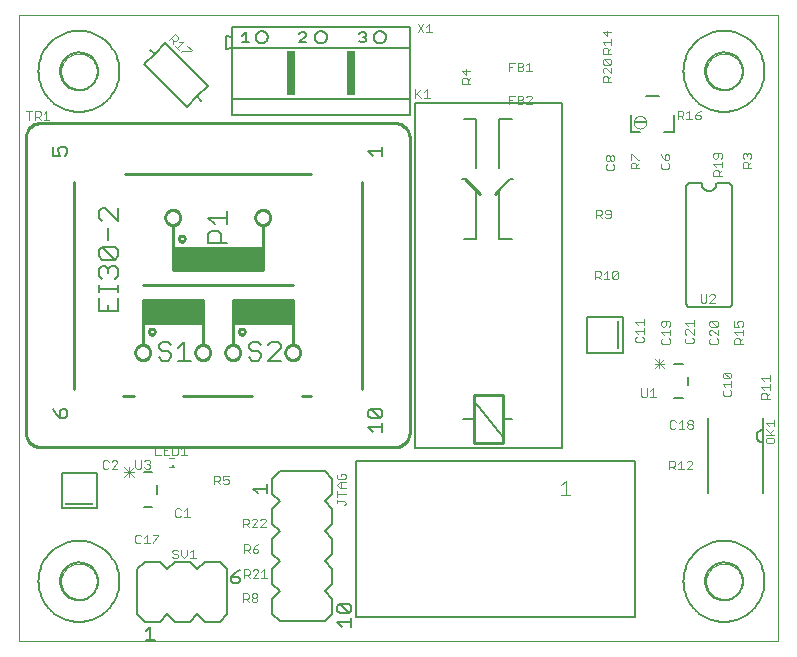
<source format=gto>
G75*
G70*
%OFA0B0*%
%FSLAX24Y24*%
%IPPOS*%
%LPD*%
%AMOC8*
5,1,8,0,0,1.08239X$1,22.5*
%
%ADD10C,0.0000*%
%ADD11C,0.0050*%
%ADD12C,0.0040*%
%ADD13C,0.0060*%
%ADD14C,0.0100*%
%ADD15C,0.0030*%
%ADD16R,0.0300X0.1500*%
%ADD17C,0.0070*%
%ADD18R,0.3000X0.0750*%
%ADD19R,0.2000X0.0750*%
%ADD20C,0.0080*%
%ADD21R,0.0083X0.0921*%
%ADD22R,0.0921X0.0083*%
%ADD23R,0.0098X0.0089*%
%ADD24C,0.0020*%
%ADD25R,0.0394X0.0098*%
D10*
X000140Y000290D02*
X000140Y021156D01*
X000140Y021165D02*
X025443Y021165D01*
X025443Y021156D02*
X025443Y000290D01*
X000140Y000290D01*
X001549Y002290D02*
X001551Y002338D01*
X001557Y002386D01*
X001567Y002433D01*
X001580Y002479D01*
X001598Y002524D01*
X001618Y002568D01*
X001643Y002610D01*
X001671Y002649D01*
X001701Y002686D01*
X001735Y002720D01*
X001772Y002752D01*
X001810Y002781D01*
X001851Y002806D01*
X001894Y002828D01*
X001939Y002846D01*
X001985Y002860D01*
X002032Y002871D01*
X002080Y002878D01*
X002128Y002881D01*
X002176Y002880D01*
X002224Y002875D01*
X002272Y002866D01*
X002318Y002854D01*
X002363Y002837D01*
X002407Y002817D01*
X002449Y002794D01*
X002489Y002767D01*
X002527Y002737D01*
X002562Y002704D01*
X002594Y002668D01*
X002624Y002630D01*
X002650Y002589D01*
X002672Y002546D01*
X002692Y002502D01*
X002707Y002457D01*
X002719Y002410D01*
X002727Y002362D01*
X002731Y002314D01*
X002731Y002266D01*
X002727Y002218D01*
X002719Y002170D01*
X002707Y002123D01*
X002692Y002078D01*
X002672Y002034D01*
X002650Y001991D01*
X002624Y001950D01*
X002594Y001912D01*
X002562Y001876D01*
X002527Y001843D01*
X002489Y001813D01*
X002449Y001786D01*
X002407Y001763D01*
X002363Y001743D01*
X002318Y001726D01*
X002272Y001714D01*
X002224Y001705D01*
X002176Y001700D01*
X002128Y001699D01*
X002080Y001702D01*
X002032Y001709D01*
X001985Y001720D01*
X001939Y001734D01*
X001894Y001752D01*
X001851Y001774D01*
X001810Y001799D01*
X001772Y001828D01*
X001735Y001860D01*
X001701Y001894D01*
X001671Y001931D01*
X001643Y001970D01*
X001618Y002012D01*
X001598Y002056D01*
X001580Y002101D01*
X001567Y002147D01*
X001557Y002194D01*
X001551Y002242D01*
X001549Y002290D01*
X001549Y019290D02*
X001551Y019338D01*
X001557Y019386D01*
X001567Y019433D01*
X001580Y019479D01*
X001598Y019524D01*
X001618Y019568D01*
X001643Y019610D01*
X001671Y019649D01*
X001701Y019686D01*
X001735Y019720D01*
X001772Y019752D01*
X001810Y019781D01*
X001851Y019806D01*
X001894Y019828D01*
X001939Y019846D01*
X001985Y019860D01*
X002032Y019871D01*
X002080Y019878D01*
X002128Y019881D01*
X002176Y019880D01*
X002224Y019875D01*
X002272Y019866D01*
X002318Y019854D01*
X002363Y019837D01*
X002407Y019817D01*
X002449Y019794D01*
X002489Y019767D01*
X002527Y019737D01*
X002562Y019704D01*
X002594Y019668D01*
X002624Y019630D01*
X002650Y019589D01*
X002672Y019546D01*
X002692Y019502D01*
X002707Y019457D01*
X002719Y019410D01*
X002727Y019362D01*
X002731Y019314D01*
X002731Y019266D01*
X002727Y019218D01*
X002719Y019170D01*
X002707Y019123D01*
X002692Y019078D01*
X002672Y019034D01*
X002650Y018991D01*
X002624Y018950D01*
X002594Y018912D01*
X002562Y018876D01*
X002527Y018843D01*
X002489Y018813D01*
X002449Y018786D01*
X002407Y018763D01*
X002363Y018743D01*
X002318Y018726D01*
X002272Y018714D01*
X002224Y018705D01*
X002176Y018700D01*
X002128Y018699D01*
X002080Y018702D01*
X002032Y018709D01*
X001985Y018720D01*
X001939Y018734D01*
X001894Y018752D01*
X001851Y018774D01*
X001810Y018799D01*
X001772Y018828D01*
X001735Y018860D01*
X001701Y018894D01*
X001671Y018931D01*
X001643Y018970D01*
X001618Y019012D01*
X001598Y019056D01*
X001580Y019101D01*
X001567Y019147D01*
X001557Y019194D01*
X001551Y019242D01*
X001549Y019290D01*
X023049Y019290D02*
X023051Y019338D01*
X023057Y019386D01*
X023067Y019433D01*
X023080Y019479D01*
X023098Y019524D01*
X023118Y019568D01*
X023143Y019610D01*
X023171Y019649D01*
X023201Y019686D01*
X023235Y019720D01*
X023272Y019752D01*
X023310Y019781D01*
X023351Y019806D01*
X023394Y019828D01*
X023439Y019846D01*
X023485Y019860D01*
X023532Y019871D01*
X023580Y019878D01*
X023628Y019881D01*
X023676Y019880D01*
X023724Y019875D01*
X023772Y019866D01*
X023818Y019854D01*
X023863Y019837D01*
X023907Y019817D01*
X023949Y019794D01*
X023989Y019767D01*
X024027Y019737D01*
X024062Y019704D01*
X024094Y019668D01*
X024124Y019630D01*
X024150Y019589D01*
X024172Y019546D01*
X024192Y019502D01*
X024207Y019457D01*
X024219Y019410D01*
X024227Y019362D01*
X024231Y019314D01*
X024231Y019266D01*
X024227Y019218D01*
X024219Y019170D01*
X024207Y019123D01*
X024192Y019078D01*
X024172Y019034D01*
X024150Y018991D01*
X024124Y018950D01*
X024094Y018912D01*
X024062Y018876D01*
X024027Y018843D01*
X023989Y018813D01*
X023949Y018786D01*
X023907Y018763D01*
X023863Y018743D01*
X023818Y018726D01*
X023772Y018714D01*
X023724Y018705D01*
X023676Y018700D01*
X023628Y018699D01*
X023580Y018702D01*
X023532Y018709D01*
X023485Y018720D01*
X023439Y018734D01*
X023394Y018752D01*
X023351Y018774D01*
X023310Y018799D01*
X023272Y018828D01*
X023235Y018860D01*
X023201Y018894D01*
X023171Y018931D01*
X023143Y018970D01*
X023118Y019012D01*
X023098Y019056D01*
X023080Y019101D01*
X023067Y019147D01*
X023057Y019194D01*
X023051Y019242D01*
X023049Y019290D01*
X023049Y002290D02*
X023051Y002338D01*
X023057Y002386D01*
X023067Y002433D01*
X023080Y002479D01*
X023098Y002524D01*
X023118Y002568D01*
X023143Y002610D01*
X023171Y002649D01*
X023201Y002686D01*
X023235Y002720D01*
X023272Y002752D01*
X023310Y002781D01*
X023351Y002806D01*
X023394Y002828D01*
X023439Y002846D01*
X023485Y002860D01*
X023532Y002871D01*
X023580Y002878D01*
X023628Y002881D01*
X023676Y002880D01*
X023724Y002875D01*
X023772Y002866D01*
X023818Y002854D01*
X023863Y002837D01*
X023907Y002817D01*
X023949Y002794D01*
X023989Y002767D01*
X024027Y002737D01*
X024062Y002704D01*
X024094Y002668D01*
X024124Y002630D01*
X024150Y002589D01*
X024172Y002546D01*
X024192Y002502D01*
X024207Y002457D01*
X024219Y002410D01*
X024227Y002362D01*
X024231Y002314D01*
X024231Y002266D01*
X024227Y002218D01*
X024219Y002170D01*
X024207Y002123D01*
X024192Y002078D01*
X024172Y002034D01*
X024150Y001991D01*
X024124Y001950D01*
X024094Y001912D01*
X024062Y001876D01*
X024027Y001843D01*
X023989Y001813D01*
X023949Y001786D01*
X023907Y001763D01*
X023863Y001743D01*
X023818Y001726D01*
X023772Y001714D01*
X023724Y001705D01*
X023676Y001700D01*
X023628Y001699D01*
X023580Y001702D01*
X023532Y001709D01*
X023485Y001720D01*
X023439Y001734D01*
X023394Y001752D01*
X023351Y001774D01*
X023310Y001799D01*
X023272Y001828D01*
X023235Y001860D01*
X023201Y001894D01*
X023171Y001931D01*
X023143Y001970D01*
X023118Y002012D01*
X023098Y002056D01*
X023080Y002101D01*
X023067Y002147D01*
X023057Y002194D01*
X023051Y002242D01*
X023049Y002290D01*
D11*
X020661Y001092D02*
X020661Y006288D01*
X011369Y006288D01*
X011369Y001092D01*
X020661Y001092D01*
X012240Y007269D02*
X012240Y007569D01*
X012240Y007419D02*
X011790Y007419D01*
X011940Y007269D01*
X011865Y007730D02*
X011790Y007805D01*
X011790Y007955D01*
X011865Y008030D01*
X012165Y007730D01*
X012240Y007805D01*
X012240Y007955D01*
X012165Y008030D01*
X011865Y008030D01*
X011865Y007730D02*
X012165Y007730D01*
X008403Y005530D02*
X008403Y005230D01*
X008403Y005380D02*
X007952Y005380D01*
X008102Y005230D01*
X007515Y002675D02*
X007365Y002600D01*
X007215Y002450D01*
X007440Y002450D01*
X007515Y002375D01*
X007515Y002300D01*
X007440Y002225D01*
X007290Y002225D01*
X007215Y002300D01*
X007215Y002450D01*
X004665Y000325D02*
X004365Y000325D01*
X004515Y000325D02*
X004515Y000775D01*
X004365Y000625D01*
X002746Y004728D02*
X001565Y004728D01*
X001565Y005909D01*
X002746Y005909D01*
X002746Y004728D01*
X001665Y007730D02*
X001515Y007730D01*
X001515Y007955D01*
X001590Y008030D01*
X001665Y008030D01*
X001740Y007955D01*
X001740Y007805D01*
X001665Y007730D01*
X001515Y007730D02*
X001365Y007880D01*
X001290Y008030D01*
X010752Y001455D02*
X010827Y001530D01*
X011127Y001230D01*
X011203Y001305D01*
X011203Y001455D01*
X011127Y001530D01*
X010827Y001530D01*
X010752Y001455D02*
X010752Y001305D01*
X010827Y001230D01*
X011127Y001230D01*
X011203Y001069D02*
X011203Y000769D01*
X011203Y000919D02*
X010752Y000919D01*
X010902Y000769D01*
X019084Y009915D02*
X020265Y009915D01*
X020265Y011096D01*
X019084Y011096D01*
X019084Y009915D01*
X012240Y016480D02*
X012240Y016780D01*
X012240Y016630D02*
X011790Y016630D01*
X011940Y016480D01*
X011648Y020253D02*
X011534Y020253D01*
X011478Y020309D01*
X011591Y020423D02*
X011648Y020423D01*
X011704Y020366D01*
X011704Y020309D01*
X011648Y020253D01*
X011648Y020423D02*
X011704Y020479D01*
X011704Y020536D01*
X011648Y020593D01*
X011534Y020593D01*
X011478Y020536D01*
X009704Y020536D02*
X009648Y020593D01*
X009534Y020593D01*
X009478Y020536D01*
X009704Y020536D02*
X009704Y020479D01*
X009478Y020253D01*
X009704Y020253D01*
X007804Y020253D02*
X007578Y020253D01*
X007691Y020253D02*
X007691Y020593D01*
X007578Y020479D01*
X001740Y016705D02*
X001740Y016555D01*
X001665Y016480D01*
X001515Y016480D02*
X001440Y016630D01*
X001440Y016705D01*
X001515Y016780D01*
X001665Y016780D01*
X001740Y016705D01*
X001515Y016480D02*
X001290Y016480D01*
X001290Y016780D01*
D12*
X005136Y006390D02*
X005294Y006390D01*
X005294Y006115D02*
X005136Y006115D01*
X018212Y005485D02*
X018366Y005639D01*
X018366Y005179D01*
X018519Y005179D02*
X018212Y005179D01*
X020632Y017590D02*
X020634Y017618D01*
X020640Y017646D01*
X020649Y017672D01*
X020662Y017698D01*
X020678Y017721D01*
X020698Y017741D01*
X020720Y017759D01*
X020744Y017774D01*
X020770Y017785D01*
X020797Y017793D01*
X020825Y017797D01*
X020853Y017797D01*
X020881Y017793D01*
X020908Y017785D01*
X020934Y017774D01*
X020958Y017759D01*
X020980Y017741D01*
X021000Y017721D01*
X021016Y017698D01*
X021029Y017672D01*
X021038Y017646D01*
X021044Y017618D01*
X021046Y017590D01*
X021044Y017562D01*
X021038Y017534D01*
X021029Y017508D01*
X021016Y017482D01*
X021000Y017459D01*
X020980Y017439D01*
X020958Y017421D01*
X020934Y017406D01*
X020908Y017395D01*
X020881Y017387D01*
X020853Y017383D01*
X020825Y017383D01*
X020797Y017387D01*
X020770Y017395D01*
X020744Y017406D01*
X020720Y017421D01*
X020698Y017439D01*
X020678Y017459D01*
X020662Y017482D01*
X020649Y017508D01*
X020640Y017534D01*
X020634Y017562D01*
X020632Y017590D01*
D13*
X018245Y018240D02*
X018245Y006720D01*
X013325Y006720D01*
X013325Y018240D01*
X018245Y018240D01*
X016565Y017700D02*
X016135Y017700D01*
X016135Y016080D01*
X016515Y015700D02*
X016135Y015330D01*
X016135Y013700D01*
X016565Y013700D01*
X015385Y013700D02*
X014985Y013700D01*
X015385Y013700D02*
X015385Y015330D01*
X015015Y015700D02*
X014915Y015700D01*
X015385Y016080D02*
X015385Y017700D01*
X014985Y017700D01*
X013163Y017828D02*
X013163Y018378D01*
X007243Y018378D01*
X007243Y020078D01*
X013163Y020078D01*
X013163Y018378D01*
X013163Y017828D02*
X007243Y017828D01*
X007243Y018378D01*
X006432Y018810D02*
X006079Y018457D01*
X005725Y018103D01*
X004311Y019518D01*
X004664Y019871D01*
X005018Y020225D01*
X006432Y018810D01*
X006079Y018457D02*
X006220Y018315D01*
X004664Y019871D02*
X004523Y020013D01*
X000790Y019290D02*
X000792Y019363D01*
X000798Y019436D01*
X000808Y019508D01*
X000822Y019580D01*
X000839Y019651D01*
X000861Y019721D01*
X000886Y019790D01*
X000915Y019857D01*
X000947Y019922D01*
X000983Y019986D01*
X001023Y020048D01*
X001065Y020107D01*
X001111Y020164D01*
X001160Y020218D01*
X001212Y020270D01*
X001266Y020319D01*
X001323Y020365D01*
X001382Y020407D01*
X001444Y020447D01*
X001508Y020483D01*
X001573Y020515D01*
X001640Y020544D01*
X001709Y020569D01*
X001779Y020591D01*
X001850Y020608D01*
X001922Y020622D01*
X001994Y020632D01*
X002067Y020638D01*
X002140Y020640D01*
X002213Y020638D01*
X002286Y020632D01*
X002358Y020622D01*
X002430Y020608D01*
X002501Y020591D01*
X002571Y020569D01*
X002640Y020544D01*
X002707Y020515D01*
X002772Y020483D01*
X002836Y020447D01*
X002898Y020407D01*
X002957Y020365D01*
X003014Y020319D01*
X003068Y020270D01*
X003120Y020218D01*
X003169Y020164D01*
X003215Y020107D01*
X003257Y020048D01*
X003297Y019986D01*
X003333Y019922D01*
X003365Y019857D01*
X003394Y019790D01*
X003419Y019721D01*
X003441Y019651D01*
X003458Y019580D01*
X003472Y019508D01*
X003482Y019436D01*
X003488Y019363D01*
X003490Y019290D01*
X003488Y019217D01*
X003482Y019144D01*
X003472Y019072D01*
X003458Y019000D01*
X003441Y018929D01*
X003419Y018859D01*
X003394Y018790D01*
X003365Y018723D01*
X003333Y018658D01*
X003297Y018594D01*
X003257Y018532D01*
X003215Y018473D01*
X003169Y018416D01*
X003120Y018362D01*
X003068Y018310D01*
X003014Y018261D01*
X002957Y018215D01*
X002898Y018173D01*
X002836Y018133D01*
X002772Y018097D01*
X002707Y018065D01*
X002640Y018036D01*
X002571Y018011D01*
X002501Y017989D01*
X002430Y017972D01*
X002358Y017958D01*
X002286Y017948D01*
X002213Y017942D01*
X002140Y017940D01*
X002067Y017942D01*
X001994Y017948D01*
X001922Y017958D01*
X001850Y017972D01*
X001779Y017989D01*
X001709Y018011D01*
X001640Y018036D01*
X001573Y018065D01*
X001508Y018097D01*
X001444Y018133D01*
X001382Y018173D01*
X001323Y018215D01*
X001266Y018261D01*
X001212Y018310D01*
X001160Y018362D01*
X001111Y018416D01*
X001065Y018473D01*
X001023Y018532D01*
X000983Y018594D01*
X000947Y018658D01*
X000915Y018723D01*
X000886Y018790D01*
X000861Y018859D01*
X000839Y018929D01*
X000822Y019000D01*
X000808Y019072D01*
X000798Y019144D01*
X000792Y019217D01*
X000790Y019290D01*
X007043Y020028D02*
X007243Y020078D01*
X007243Y020428D01*
X007243Y020778D01*
X013163Y020778D01*
X013163Y020078D01*
X011973Y020428D02*
X011975Y020456D01*
X011981Y020483D01*
X011990Y020509D01*
X012003Y020534D01*
X012020Y020557D01*
X012039Y020577D01*
X012061Y020594D01*
X012085Y020608D01*
X012111Y020618D01*
X012138Y020625D01*
X012166Y020628D01*
X012194Y020627D01*
X012221Y020622D01*
X012248Y020613D01*
X012273Y020601D01*
X012296Y020586D01*
X012317Y020567D01*
X012335Y020546D01*
X012350Y020522D01*
X012361Y020496D01*
X012369Y020470D01*
X012373Y020442D01*
X012373Y020414D01*
X012369Y020386D01*
X012361Y020360D01*
X012350Y020334D01*
X012335Y020310D01*
X012317Y020289D01*
X012296Y020270D01*
X012273Y020255D01*
X012248Y020243D01*
X012221Y020234D01*
X012194Y020229D01*
X012166Y020228D01*
X012138Y020231D01*
X012111Y020238D01*
X012085Y020248D01*
X012061Y020262D01*
X012039Y020279D01*
X012020Y020299D01*
X012003Y020322D01*
X011990Y020347D01*
X011981Y020373D01*
X011975Y020400D01*
X011973Y020428D01*
X010003Y020428D02*
X010005Y020456D01*
X010011Y020483D01*
X010020Y020509D01*
X010033Y020534D01*
X010050Y020557D01*
X010069Y020577D01*
X010091Y020594D01*
X010115Y020608D01*
X010141Y020618D01*
X010168Y020625D01*
X010196Y020628D01*
X010224Y020627D01*
X010251Y020622D01*
X010278Y020613D01*
X010303Y020601D01*
X010326Y020586D01*
X010347Y020567D01*
X010365Y020546D01*
X010380Y020522D01*
X010391Y020496D01*
X010399Y020470D01*
X010403Y020442D01*
X010403Y020414D01*
X010399Y020386D01*
X010391Y020360D01*
X010380Y020334D01*
X010365Y020310D01*
X010347Y020289D01*
X010326Y020270D01*
X010303Y020255D01*
X010278Y020243D01*
X010251Y020234D01*
X010224Y020229D01*
X010196Y020228D01*
X010168Y020231D01*
X010141Y020238D01*
X010115Y020248D01*
X010091Y020262D01*
X010069Y020279D01*
X010050Y020299D01*
X010033Y020322D01*
X010020Y020347D01*
X010011Y020373D01*
X010005Y020400D01*
X010003Y020428D01*
X008033Y020428D02*
X008035Y020456D01*
X008041Y020483D01*
X008050Y020509D01*
X008063Y020534D01*
X008080Y020557D01*
X008099Y020577D01*
X008121Y020594D01*
X008145Y020608D01*
X008171Y020618D01*
X008198Y020625D01*
X008226Y020628D01*
X008254Y020627D01*
X008281Y020622D01*
X008308Y020613D01*
X008333Y020601D01*
X008356Y020586D01*
X008377Y020567D01*
X008395Y020546D01*
X008410Y020522D01*
X008421Y020496D01*
X008429Y020470D01*
X008433Y020442D01*
X008433Y020414D01*
X008429Y020386D01*
X008421Y020360D01*
X008410Y020334D01*
X008395Y020310D01*
X008377Y020289D01*
X008356Y020270D01*
X008333Y020255D01*
X008308Y020243D01*
X008281Y020234D01*
X008254Y020229D01*
X008226Y020228D01*
X008198Y020231D01*
X008171Y020238D01*
X008145Y020248D01*
X008121Y020262D01*
X008099Y020279D01*
X008080Y020299D01*
X008063Y020322D01*
X008050Y020347D01*
X008041Y020373D01*
X008035Y020400D01*
X008033Y020428D01*
X007243Y020428D02*
X007043Y020478D01*
X007043Y020028D01*
X016515Y015700D02*
X016615Y015700D01*
X022290Y019290D02*
X022292Y019363D01*
X022298Y019436D01*
X022308Y019508D01*
X022322Y019580D01*
X022339Y019651D01*
X022361Y019721D01*
X022386Y019790D01*
X022415Y019857D01*
X022447Y019922D01*
X022483Y019986D01*
X022523Y020048D01*
X022565Y020107D01*
X022611Y020164D01*
X022660Y020218D01*
X022712Y020270D01*
X022766Y020319D01*
X022823Y020365D01*
X022882Y020407D01*
X022944Y020447D01*
X023008Y020483D01*
X023073Y020515D01*
X023140Y020544D01*
X023209Y020569D01*
X023279Y020591D01*
X023350Y020608D01*
X023422Y020622D01*
X023494Y020632D01*
X023567Y020638D01*
X023640Y020640D01*
X023713Y020638D01*
X023786Y020632D01*
X023858Y020622D01*
X023930Y020608D01*
X024001Y020591D01*
X024071Y020569D01*
X024140Y020544D01*
X024207Y020515D01*
X024272Y020483D01*
X024336Y020447D01*
X024398Y020407D01*
X024457Y020365D01*
X024514Y020319D01*
X024568Y020270D01*
X024620Y020218D01*
X024669Y020164D01*
X024715Y020107D01*
X024757Y020048D01*
X024797Y019986D01*
X024833Y019922D01*
X024865Y019857D01*
X024894Y019790D01*
X024919Y019721D01*
X024941Y019651D01*
X024958Y019580D01*
X024972Y019508D01*
X024982Y019436D01*
X024988Y019363D01*
X024990Y019290D01*
X024988Y019217D01*
X024982Y019144D01*
X024972Y019072D01*
X024958Y019000D01*
X024941Y018929D01*
X024919Y018859D01*
X024894Y018790D01*
X024865Y018723D01*
X024833Y018658D01*
X024797Y018594D01*
X024757Y018532D01*
X024715Y018473D01*
X024669Y018416D01*
X024620Y018362D01*
X024568Y018310D01*
X024514Y018261D01*
X024457Y018215D01*
X024398Y018173D01*
X024336Y018133D01*
X024272Y018097D01*
X024207Y018065D01*
X024140Y018036D01*
X024071Y018011D01*
X024001Y017989D01*
X023930Y017972D01*
X023858Y017958D01*
X023786Y017948D01*
X023713Y017942D01*
X023640Y017940D01*
X023567Y017942D01*
X023494Y017948D01*
X023422Y017958D01*
X023350Y017972D01*
X023279Y017989D01*
X023209Y018011D01*
X023140Y018036D01*
X023073Y018065D01*
X023008Y018097D01*
X022944Y018133D01*
X022882Y018173D01*
X022823Y018215D01*
X022766Y018261D01*
X022712Y018310D01*
X022660Y018362D01*
X022611Y018416D01*
X022565Y018473D01*
X022523Y018532D01*
X022483Y018594D01*
X022447Y018658D01*
X022415Y018723D01*
X022386Y018790D01*
X022361Y018859D01*
X022339Y018929D01*
X022322Y019000D01*
X022308Y019072D01*
X022298Y019144D01*
X022292Y019217D01*
X022290Y019290D01*
X022268Y009535D02*
X021988Y009535D01*
X022438Y009105D02*
X022438Y008825D01*
X022268Y008395D02*
X021988Y008395D01*
X023111Y007749D02*
X023111Y005246D01*
X024934Y005246D02*
X024934Y006925D01*
X024934Y007336D01*
X024934Y007749D01*
X024934Y007336D02*
X024907Y007334D01*
X024881Y007329D01*
X024855Y007320D01*
X024831Y007308D01*
X024809Y007293D01*
X024788Y007276D01*
X024771Y007255D01*
X024756Y007233D01*
X024744Y007209D01*
X024735Y007183D01*
X024730Y007157D01*
X024728Y007130D01*
X024730Y007103D01*
X024735Y007077D01*
X024744Y007051D01*
X024756Y007027D01*
X024771Y007005D01*
X024788Y006984D01*
X024809Y006967D01*
X024831Y006952D01*
X024855Y006940D01*
X024881Y006931D01*
X024907Y006926D01*
X024934Y006924D01*
X022290Y002290D02*
X022292Y002363D01*
X022298Y002436D01*
X022308Y002508D01*
X022322Y002580D01*
X022339Y002651D01*
X022361Y002721D01*
X022386Y002790D01*
X022415Y002857D01*
X022447Y002922D01*
X022483Y002986D01*
X022523Y003048D01*
X022565Y003107D01*
X022611Y003164D01*
X022660Y003218D01*
X022712Y003270D01*
X022766Y003319D01*
X022823Y003365D01*
X022882Y003407D01*
X022944Y003447D01*
X023008Y003483D01*
X023073Y003515D01*
X023140Y003544D01*
X023209Y003569D01*
X023279Y003591D01*
X023350Y003608D01*
X023422Y003622D01*
X023494Y003632D01*
X023567Y003638D01*
X023640Y003640D01*
X023713Y003638D01*
X023786Y003632D01*
X023858Y003622D01*
X023930Y003608D01*
X024001Y003591D01*
X024071Y003569D01*
X024140Y003544D01*
X024207Y003515D01*
X024272Y003483D01*
X024336Y003447D01*
X024398Y003407D01*
X024457Y003365D01*
X024514Y003319D01*
X024568Y003270D01*
X024620Y003218D01*
X024669Y003164D01*
X024715Y003107D01*
X024757Y003048D01*
X024797Y002986D01*
X024833Y002922D01*
X024865Y002857D01*
X024894Y002790D01*
X024919Y002721D01*
X024941Y002651D01*
X024958Y002580D01*
X024972Y002508D01*
X024982Y002436D01*
X024988Y002363D01*
X024990Y002290D01*
X024988Y002217D01*
X024982Y002144D01*
X024972Y002072D01*
X024958Y002000D01*
X024941Y001929D01*
X024919Y001859D01*
X024894Y001790D01*
X024865Y001723D01*
X024833Y001658D01*
X024797Y001594D01*
X024757Y001532D01*
X024715Y001473D01*
X024669Y001416D01*
X024620Y001362D01*
X024568Y001310D01*
X024514Y001261D01*
X024457Y001215D01*
X024398Y001173D01*
X024336Y001133D01*
X024272Y001097D01*
X024207Y001065D01*
X024140Y001036D01*
X024071Y001011D01*
X024001Y000989D01*
X023930Y000972D01*
X023858Y000958D01*
X023786Y000948D01*
X023713Y000942D01*
X023640Y000940D01*
X023567Y000942D01*
X023494Y000948D01*
X023422Y000958D01*
X023350Y000972D01*
X023279Y000989D01*
X023209Y001011D01*
X023140Y001036D01*
X023073Y001065D01*
X023008Y001097D01*
X022944Y001133D01*
X022882Y001173D01*
X022823Y001215D01*
X022766Y001261D01*
X022712Y001310D01*
X022660Y001362D01*
X022611Y001416D01*
X022565Y001473D01*
X022523Y001532D01*
X022483Y001594D01*
X022447Y001658D01*
X022415Y001723D01*
X022386Y001790D01*
X022361Y001859D01*
X022339Y001929D01*
X022322Y002000D01*
X022308Y002072D01*
X022298Y002144D01*
X022292Y002217D01*
X022290Y002290D01*
X016285Y007110D02*
X015295Y008290D01*
X015295Y007700D02*
X014955Y007700D01*
X016285Y007700D02*
X016575Y007700D01*
X010578Y005715D02*
X010578Y005215D01*
X010328Y004965D01*
X010578Y004715D01*
X010578Y004215D01*
X010328Y003965D01*
X010578Y003715D01*
X010578Y003215D01*
X010328Y002965D01*
X010578Y002715D01*
X010578Y002215D01*
X010328Y001965D01*
X010578Y001715D01*
X010578Y001215D01*
X010328Y000965D01*
X008828Y000965D01*
X008578Y001215D01*
X008578Y001715D01*
X008828Y001965D01*
X008578Y002215D01*
X008578Y002715D01*
X008828Y002965D01*
X008578Y003215D01*
X008578Y003715D01*
X008828Y003965D01*
X008578Y004215D01*
X008578Y004715D01*
X008828Y004965D01*
X008578Y005215D01*
X008578Y005715D01*
X008828Y005965D01*
X010328Y005965D01*
X010578Y005715D01*
X007090Y002700D02*
X007090Y001200D01*
X006840Y000950D01*
X006340Y000950D01*
X006090Y001200D01*
X005840Y000950D01*
X005340Y000950D01*
X005090Y001200D01*
X004840Y000950D01*
X004340Y000950D01*
X004090Y001200D01*
X004090Y002700D01*
X004340Y002950D01*
X004840Y002950D01*
X005090Y002700D01*
X005340Y002950D01*
X005840Y002950D01*
X006090Y002700D01*
X006340Y002950D01*
X006840Y002950D01*
X007090Y002700D01*
X004580Y004783D02*
X004300Y004783D01*
X004750Y005213D02*
X004750Y005493D01*
X004580Y005923D02*
X004300Y005923D01*
X000790Y002290D02*
X000792Y002363D01*
X000798Y002436D01*
X000808Y002508D01*
X000822Y002580D01*
X000839Y002651D01*
X000861Y002721D01*
X000886Y002790D01*
X000915Y002857D01*
X000947Y002922D01*
X000983Y002986D01*
X001023Y003048D01*
X001065Y003107D01*
X001111Y003164D01*
X001160Y003218D01*
X001212Y003270D01*
X001266Y003319D01*
X001323Y003365D01*
X001382Y003407D01*
X001444Y003447D01*
X001508Y003483D01*
X001573Y003515D01*
X001640Y003544D01*
X001709Y003569D01*
X001779Y003591D01*
X001850Y003608D01*
X001922Y003622D01*
X001994Y003632D01*
X002067Y003638D01*
X002140Y003640D01*
X002213Y003638D01*
X002286Y003632D01*
X002358Y003622D01*
X002430Y003608D01*
X002501Y003591D01*
X002571Y003569D01*
X002640Y003544D01*
X002707Y003515D01*
X002772Y003483D01*
X002836Y003447D01*
X002898Y003407D01*
X002957Y003365D01*
X003014Y003319D01*
X003068Y003270D01*
X003120Y003218D01*
X003169Y003164D01*
X003215Y003107D01*
X003257Y003048D01*
X003297Y002986D01*
X003333Y002922D01*
X003365Y002857D01*
X003394Y002790D01*
X003419Y002721D01*
X003441Y002651D01*
X003458Y002580D01*
X003472Y002508D01*
X003482Y002436D01*
X003488Y002363D01*
X003490Y002290D01*
X003488Y002217D01*
X003482Y002144D01*
X003472Y002072D01*
X003458Y002000D01*
X003441Y001929D01*
X003419Y001859D01*
X003394Y001790D01*
X003365Y001723D01*
X003333Y001658D01*
X003297Y001594D01*
X003257Y001532D01*
X003215Y001473D01*
X003169Y001416D01*
X003120Y001362D01*
X003068Y001310D01*
X003014Y001261D01*
X002957Y001215D01*
X002898Y001173D01*
X002836Y001133D01*
X002772Y001097D01*
X002707Y001065D01*
X002640Y001036D01*
X002571Y001011D01*
X002501Y000989D01*
X002430Y000972D01*
X002358Y000958D01*
X002286Y000948D01*
X002213Y000942D01*
X002140Y000940D01*
X002067Y000942D01*
X001994Y000948D01*
X001922Y000958D01*
X001850Y000972D01*
X001779Y000989D01*
X001709Y001011D01*
X001640Y001036D01*
X001573Y001065D01*
X001508Y001097D01*
X001444Y001133D01*
X001382Y001173D01*
X001323Y001215D01*
X001266Y001261D01*
X001212Y001310D01*
X001160Y001362D01*
X001111Y001416D01*
X001065Y001473D01*
X001023Y001532D01*
X000983Y001594D01*
X000947Y001658D01*
X000915Y001723D01*
X000886Y001790D01*
X000861Y001859D01*
X000839Y001929D01*
X000822Y002000D01*
X000808Y002072D01*
X000798Y002144D01*
X000792Y002217D01*
X000790Y002290D01*
D14*
X000865Y006765D02*
X012665Y006765D01*
X012709Y006767D01*
X012752Y006773D01*
X012794Y006782D01*
X012836Y006795D01*
X012876Y006812D01*
X012915Y006832D01*
X012952Y006855D01*
X012986Y006882D01*
X013019Y006911D01*
X013048Y006944D01*
X013075Y006978D01*
X013098Y007015D01*
X013118Y007054D01*
X013135Y007094D01*
X013148Y007136D01*
X013157Y007178D01*
X013163Y007221D01*
X013165Y007265D01*
X013165Y017065D01*
X013163Y017109D01*
X013157Y017152D01*
X013148Y017194D01*
X013135Y017236D01*
X013118Y017276D01*
X013098Y017315D01*
X013075Y017352D01*
X013048Y017386D01*
X013019Y017419D01*
X012986Y017448D01*
X012952Y017475D01*
X012915Y017498D01*
X012876Y017518D01*
X012836Y017535D01*
X012794Y017548D01*
X012752Y017557D01*
X012709Y017563D01*
X012665Y017565D01*
X000865Y017565D01*
X000821Y017563D01*
X000778Y017557D01*
X000736Y017548D01*
X000694Y017535D01*
X000654Y017518D01*
X000615Y017498D01*
X000578Y017475D01*
X000544Y017448D01*
X000511Y017419D01*
X000482Y017386D01*
X000455Y017352D01*
X000432Y017315D01*
X000412Y017276D01*
X000395Y017236D01*
X000382Y017194D01*
X000373Y017152D01*
X000367Y017109D01*
X000365Y017065D01*
X000365Y007265D01*
X000367Y007221D01*
X000373Y007178D01*
X000382Y007136D01*
X000395Y007094D01*
X000412Y007054D01*
X000432Y007015D01*
X000455Y006978D01*
X000482Y006944D01*
X000511Y006911D01*
X000544Y006882D01*
X000578Y006855D01*
X000615Y006832D01*
X000654Y006812D01*
X000694Y006795D01*
X000736Y006782D01*
X000778Y006773D01*
X000821Y006767D01*
X000865Y006765D01*
X001965Y008715D02*
X001965Y015615D01*
X003665Y015865D02*
X009865Y015865D01*
X011565Y015615D02*
X011565Y008715D01*
X009865Y008465D02*
X009565Y008465D01*
X009015Y009915D02*
X009017Y009946D01*
X009023Y009977D01*
X009033Y010007D01*
X009046Y010035D01*
X009063Y010062D01*
X009083Y010086D01*
X009106Y010108D01*
X009131Y010126D01*
X009159Y010141D01*
X009188Y010153D01*
X009218Y010161D01*
X009249Y010165D01*
X009281Y010165D01*
X009312Y010161D01*
X009342Y010153D01*
X009371Y010141D01*
X009399Y010126D01*
X009424Y010108D01*
X009447Y010086D01*
X009467Y010062D01*
X009484Y010035D01*
X009497Y010007D01*
X009507Y009977D01*
X009513Y009946D01*
X009515Y009915D01*
X009513Y009884D01*
X009507Y009853D01*
X009497Y009823D01*
X009484Y009795D01*
X009467Y009768D01*
X009447Y009744D01*
X009424Y009722D01*
X009399Y009704D01*
X009371Y009689D01*
X009342Y009677D01*
X009312Y009669D01*
X009281Y009665D01*
X009249Y009665D01*
X009218Y009669D01*
X009188Y009677D01*
X009159Y009689D01*
X009131Y009704D01*
X009106Y009722D01*
X009083Y009744D01*
X009063Y009768D01*
X009046Y009795D01*
X009033Y009823D01*
X009023Y009853D01*
X009017Y009884D01*
X009015Y009915D01*
X009265Y010165D02*
X009265Y010915D01*
X007265Y010915D01*
X007265Y010165D01*
X007015Y009915D02*
X007017Y009946D01*
X007023Y009977D01*
X007033Y010007D01*
X007046Y010035D01*
X007063Y010062D01*
X007083Y010086D01*
X007106Y010108D01*
X007131Y010126D01*
X007159Y010141D01*
X007188Y010153D01*
X007218Y010161D01*
X007249Y010165D01*
X007281Y010165D01*
X007312Y010161D01*
X007342Y010153D01*
X007371Y010141D01*
X007399Y010126D01*
X007424Y010108D01*
X007447Y010086D01*
X007467Y010062D01*
X007484Y010035D01*
X007497Y010007D01*
X007507Y009977D01*
X007513Y009946D01*
X007515Y009915D01*
X007513Y009884D01*
X007507Y009853D01*
X007497Y009823D01*
X007484Y009795D01*
X007467Y009768D01*
X007447Y009744D01*
X007424Y009722D01*
X007399Y009704D01*
X007371Y009689D01*
X007342Y009677D01*
X007312Y009669D01*
X007281Y009665D01*
X007249Y009665D01*
X007218Y009669D01*
X007188Y009677D01*
X007159Y009689D01*
X007131Y009704D01*
X007106Y009722D01*
X007083Y009744D01*
X007063Y009768D01*
X007046Y009795D01*
X007033Y009823D01*
X007023Y009853D01*
X007017Y009884D01*
X007015Y009915D01*
X006015Y009915D02*
X006017Y009946D01*
X006023Y009977D01*
X006033Y010007D01*
X006046Y010035D01*
X006063Y010062D01*
X006083Y010086D01*
X006106Y010108D01*
X006131Y010126D01*
X006159Y010141D01*
X006188Y010153D01*
X006218Y010161D01*
X006249Y010165D01*
X006281Y010165D01*
X006312Y010161D01*
X006342Y010153D01*
X006371Y010141D01*
X006399Y010126D01*
X006424Y010108D01*
X006447Y010086D01*
X006467Y010062D01*
X006484Y010035D01*
X006497Y010007D01*
X006507Y009977D01*
X006513Y009946D01*
X006515Y009915D01*
X006513Y009884D01*
X006507Y009853D01*
X006497Y009823D01*
X006484Y009795D01*
X006467Y009768D01*
X006447Y009744D01*
X006424Y009722D01*
X006399Y009704D01*
X006371Y009689D01*
X006342Y009677D01*
X006312Y009669D01*
X006281Y009665D01*
X006249Y009665D01*
X006218Y009669D01*
X006188Y009677D01*
X006159Y009689D01*
X006131Y009704D01*
X006106Y009722D01*
X006083Y009744D01*
X006063Y009768D01*
X006046Y009795D01*
X006033Y009823D01*
X006023Y009853D01*
X006017Y009884D01*
X006015Y009915D01*
X006265Y010165D02*
X006265Y010915D01*
X004265Y010915D01*
X004265Y010165D01*
X004015Y009915D02*
X004017Y009946D01*
X004023Y009977D01*
X004033Y010007D01*
X004046Y010035D01*
X004063Y010062D01*
X004083Y010086D01*
X004106Y010108D01*
X004131Y010126D01*
X004159Y010141D01*
X004188Y010153D01*
X004218Y010161D01*
X004249Y010165D01*
X004281Y010165D01*
X004312Y010161D01*
X004342Y010153D01*
X004371Y010141D01*
X004399Y010126D01*
X004424Y010108D01*
X004447Y010086D01*
X004467Y010062D01*
X004484Y010035D01*
X004497Y010007D01*
X004507Y009977D01*
X004513Y009946D01*
X004515Y009915D01*
X004513Y009884D01*
X004507Y009853D01*
X004497Y009823D01*
X004484Y009795D01*
X004467Y009768D01*
X004447Y009744D01*
X004424Y009722D01*
X004399Y009704D01*
X004371Y009689D01*
X004342Y009677D01*
X004312Y009669D01*
X004281Y009665D01*
X004249Y009665D01*
X004218Y009669D01*
X004188Y009677D01*
X004159Y009689D01*
X004131Y009704D01*
X004106Y009722D01*
X004083Y009744D01*
X004063Y009768D01*
X004046Y009795D01*
X004033Y009823D01*
X004023Y009853D01*
X004017Y009884D01*
X004015Y009915D01*
X004465Y010615D02*
X004467Y010635D01*
X004473Y010653D01*
X004482Y010671D01*
X004494Y010686D01*
X004509Y010698D01*
X004527Y010707D01*
X004545Y010713D01*
X004565Y010715D01*
X004585Y010713D01*
X004603Y010707D01*
X004621Y010698D01*
X004636Y010686D01*
X004648Y010671D01*
X004657Y010653D01*
X004663Y010635D01*
X004665Y010615D01*
X004663Y010595D01*
X004657Y010577D01*
X004648Y010559D01*
X004636Y010544D01*
X004621Y010532D01*
X004603Y010523D01*
X004585Y010517D01*
X004565Y010515D01*
X004545Y010517D01*
X004527Y010523D01*
X004509Y010532D01*
X004494Y010544D01*
X004482Y010559D01*
X004473Y010577D01*
X004467Y010595D01*
X004465Y010615D01*
X004265Y010915D02*
X004265Y011665D01*
X006265Y011665D01*
X006265Y010915D01*
X007265Y010915D02*
X007265Y011665D01*
X009265Y011665D01*
X009265Y010915D01*
X009265Y012165D02*
X004265Y012165D01*
X005265Y012665D02*
X005265Y013415D01*
X005265Y014165D01*
X005015Y014415D02*
X005017Y014446D01*
X005023Y014477D01*
X005033Y014507D01*
X005046Y014535D01*
X005063Y014562D01*
X005083Y014586D01*
X005106Y014608D01*
X005131Y014626D01*
X005159Y014641D01*
X005188Y014653D01*
X005218Y014661D01*
X005249Y014665D01*
X005281Y014665D01*
X005312Y014661D01*
X005342Y014653D01*
X005371Y014641D01*
X005399Y014626D01*
X005424Y014608D01*
X005447Y014586D01*
X005467Y014562D01*
X005484Y014535D01*
X005497Y014507D01*
X005507Y014477D01*
X005513Y014446D01*
X005515Y014415D01*
X005513Y014384D01*
X005507Y014353D01*
X005497Y014323D01*
X005484Y014295D01*
X005467Y014268D01*
X005447Y014244D01*
X005424Y014222D01*
X005399Y014204D01*
X005371Y014189D01*
X005342Y014177D01*
X005312Y014169D01*
X005281Y014165D01*
X005249Y014165D01*
X005218Y014169D01*
X005188Y014177D01*
X005159Y014189D01*
X005131Y014204D01*
X005106Y014222D01*
X005083Y014244D01*
X005063Y014268D01*
X005046Y014295D01*
X005033Y014323D01*
X005023Y014353D01*
X005017Y014384D01*
X005015Y014415D01*
X005465Y013715D02*
X005467Y013735D01*
X005473Y013753D01*
X005482Y013771D01*
X005494Y013786D01*
X005509Y013798D01*
X005527Y013807D01*
X005545Y013813D01*
X005565Y013815D01*
X005585Y013813D01*
X005603Y013807D01*
X005621Y013798D01*
X005636Y013786D01*
X005648Y013771D01*
X005657Y013753D01*
X005663Y013735D01*
X005665Y013715D01*
X005663Y013695D01*
X005657Y013677D01*
X005648Y013659D01*
X005636Y013644D01*
X005621Y013632D01*
X005603Y013623D01*
X005585Y013617D01*
X005565Y013615D01*
X005545Y013617D01*
X005527Y013623D01*
X005509Y013632D01*
X005494Y013644D01*
X005482Y013659D01*
X005473Y013677D01*
X005467Y013695D01*
X005465Y013715D01*
X005265Y013415D02*
X008265Y013415D01*
X008265Y014165D01*
X008015Y014415D02*
X008017Y014446D01*
X008023Y014477D01*
X008033Y014507D01*
X008046Y014535D01*
X008063Y014562D01*
X008083Y014586D01*
X008106Y014608D01*
X008131Y014626D01*
X008159Y014641D01*
X008188Y014653D01*
X008218Y014661D01*
X008249Y014665D01*
X008281Y014665D01*
X008312Y014661D01*
X008342Y014653D01*
X008371Y014641D01*
X008399Y014626D01*
X008424Y014608D01*
X008447Y014586D01*
X008467Y014562D01*
X008484Y014535D01*
X008497Y014507D01*
X008507Y014477D01*
X008513Y014446D01*
X008515Y014415D01*
X008513Y014384D01*
X008507Y014353D01*
X008497Y014323D01*
X008484Y014295D01*
X008467Y014268D01*
X008447Y014244D01*
X008424Y014222D01*
X008399Y014204D01*
X008371Y014189D01*
X008342Y014177D01*
X008312Y014169D01*
X008281Y014165D01*
X008249Y014165D01*
X008218Y014169D01*
X008188Y014177D01*
X008159Y014189D01*
X008131Y014204D01*
X008106Y014222D01*
X008083Y014244D01*
X008063Y014268D01*
X008046Y014295D01*
X008033Y014323D01*
X008023Y014353D01*
X008017Y014384D01*
X008015Y014415D01*
X008265Y013415D02*
X008265Y012665D01*
X005265Y012665D01*
X007465Y010615D02*
X007467Y010635D01*
X007473Y010653D01*
X007482Y010671D01*
X007494Y010686D01*
X007509Y010698D01*
X007527Y010707D01*
X007545Y010713D01*
X007565Y010715D01*
X007585Y010713D01*
X007603Y010707D01*
X007621Y010698D01*
X007636Y010686D01*
X007648Y010671D01*
X007657Y010653D01*
X007663Y010635D01*
X007665Y010615D01*
X007663Y010595D01*
X007657Y010577D01*
X007648Y010559D01*
X007636Y010544D01*
X007621Y010532D01*
X007603Y010523D01*
X007585Y010517D01*
X007565Y010515D01*
X007545Y010517D01*
X007527Y010523D01*
X007509Y010532D01*
X007494Y010544D01*
X007482Y010559D01*
X007473Y010577D01*
X007467Y010595D01*
X007465Y010615D01*
X007915Y008465D02*
X005615Y008465D01*
X003965Y008465D02*
X003615Y008465D01*
X015015Y015700D02*
X015385Y015330D01*
X015515Y015200D01*
X016015Y015200D02*
X016135Y015330D01*
X016285Y008490D02*
X015295Y008490D01*
X015295Y008290D01*
X015295Y007700D01*
X015295Y006910D01*
X016285Y006910D01*
X016285Y007110D01*
X016285Y007700D01*
X016285Y008490D01*
D15*
X020680Y010305D02*
X020727Y010258D01*
X020917Y010258D01*
X020965Y010305D01*
X020965Y010400D01*
X020917Y010448D01*
X020965Y010548D02*
X020965Y010738D01*
X020965Y010643D02*
X020680Y010643D01*
X020775Y010548D01*
X020727Y010448D02*
X020680Y010400D01*
X020680Y010305D01*
X020775Y010838D02*
X020680Y010933D01*
X020965Y010933D01*
X020965Y010838D02*
X020965Y011028D01*
X021555Y010925D02*
X021555Y010830D01*
X021602Y010783D01*
X021650Y010783D01*
X021697Y010830D01*
X021697Y010973D01*
X021602Y010973D02*
X021555Y010925D01*
X021602Y010973D02*
X021792Y010973D01*
X021840Y010925D01*
X021840Y010830D01*
X021792Y010783D01*
X021840Y010683D02*
X021840Y010493D01*
X021840Y010588D02*
X021555Y010588D01*
X021650Y010493D01*
X021602Y010393D02*
X021555Y010345D01*
X021555Y010250D01*
X021602Y010203D01*
X021792Y010203D01*
X021840Y010250D01*
X021840Y010345D01*
X021792Y010393D01*
X022340Y010365D02*
X022340Y010270D01*
X022387Y010223D01*
X022577Y010223D01*
X022625Y010270D01*
X022625Y010365D01*
X022577Y010413D01*
X022625Y010513D02*
X022435Y010703D01*
X022387Y010703D01*
X022340Y010655D01*
X022340Y010560D01*
X022387Y010513D01*
X022387Y010413D02*
X022340Y010365D01*
X022625Y010513D02*
X022625Y010703D01*
X022625Y010803D02*
X022625Y010993D01*
X022625Y010898D02*
X022340Y010898D01*
X022435Y010803D01*
X023155Y010830D02*
X023155Y010925D01*
X023202Y010973D01*
X023392Y010783D01*
X023440Y010830D01*
X023440Y010925D01*
X023392Y010973D01*
X023202Y010973D01*
X023155Y010830D02*
X023202Y010783D01*
X023392Y010783D01*
X023440Y010683D02*
X023440Y010493D01*
X023250Y010683D01*
X023202Y010683D01*
X023155Y010635D01*
X023155Y010540D01*
X023202Y010493D01*
X023202Y010393D02*
X023155Y010345D01*
X023155Y010250D01*
X023202Y010203D01*
X023392Y010203D01*
X023440Y010250D01*
X023440Y010345D01*
X023392Y010393D01*
X023990Y010345D02*
X023990Y010203D01*
X024275Y010203D01*
X024180Y010203D02*
X024180Y010345D01*
X024132Y010393D01*
X024037Y010393D01*
X023990Y010345D01*
X024085Y010493D02*
X023990Y010588D01*
X024275Y010588D01*
X024275Y010493D02*
X024275Y010683D01*
X024227Y010783D02*
X024275Y010830D01*
X024275Y010925D01*
X024227Y010973D01*
X024132Y010973D01*
X024085Y010925D01*
X024085Y010878D01*
X024132Y010783D01*
X023990Y010783D01*
X023990Y010973D01*
X024275Y010393D02*
X024180Y010298D01*
X023832Y009248D02*
X023642Y009248D01*
X023832Y009057D01*
X023880Y009105D01*
X023880Y009200D01*
X023832Y009248D01*
X023642Y009248D02*
X023595Y009200D01*
X023595Y009105D01*
X023642Y009057D01*
X023832Y009057D01*
X023880Y008958D02*
X023880Y008767D01*
X023880Y008863D02*
X023595Y008863D01*
X023690Y008767D01*
X023642Y008668D02*
X023595Y008620D01*
X023595Y008525D01*
X023642Y008477D01*
X023832Y008477D01*
X023880Y008525D01*
X023880Y008620D01*
X023832Y008668D01*
X024880Y008768D02*
X024975Y008672D01*
X025022Y008573D02*
X025070Y008525D01*
X025070Y008382D01*
X025165Y008382D02*
X024880Y008382D01*
X024880Y008525D01*
X024927Y008573D01*
X025022Y008573D01*
X025070Y008478D02*
X025165Y008573D01*
X025165Y008672D02*
X025165Y008863D01*
X025165Y008768D02*
X024880Y008768D01*
X024975Y008962D02*
X024880Y009058D01*
X025165Y009058D01*
X025165Y009153D02*
X025165Y008962D01*
X025322Y007663D02*
X025322Y007472D01*
X025322Y007568D02*
X025037Y007568D01*
X025132Y007472D01*
X025037Y007373D02*
X025227Y007182D01*
X025180Y007230D02*
X025322Y007373D01*
X025322Y007182D02*
X025037Y007182D01*
X025085Y007083D02*
X025037Y007035D01*
X025037Y006940D01*
X025085Y006892D01*
X025275Y006892D01*
X025322Y006940D01*
X025322Y007035D01*
X025275Y007083D01*
X025085Y007083D01*
X022613Y007423D02*
X022565Y007375D01*
X022470Y007375D01*
X022423Y007423D01*
X022423Y007470D01*
X022470Y007518D01*
X022565Y007518D01*
X022613Y007470D01*
X022613Y007423D01*
X022565Y007518D02*
X022613Y007565D01*
X022613Y007613D01*
X022565Y007660D01*
X022470Y007660D01*
X022423Y007613D01*
X022423Y007565D01*
X022470Y007518D01*
X022323Y007375D02*
X022133Y007375D01*
X022228Y007375D02*
X022228Y007660D01*
X022133Y007565D01*
X022033Y007613D02*
X021985Y007660D01*
X021890Y007660D01*
X021843Y007613D01*
X021843Y007423D01*
X021890Y007375D01*
X021985Y007375D01*
X022033Y007423D01*
X021958Y006305D02*
X022005Y006258D01*
X022005Y006163D01*
X021958Y006115D01*
X021815Y006115D01*
X021815Y006020D02*
X021815Y006305D01*
X021958Y006305D01*
X022105Y006210D02*
X022200Y006305D01*
X022200Y006020D01*
X022105Y006020D02*
X022295Y006020D01*
X022395Y006020D02*
X022585Y006210D01*
X022585Y006258D01*
X022538Y006305D01*
X022443Y006305D01*
X022395Y006258D01*
X022395Y006020D02*
X022585Y006020D01*
X022005Y006020D02*
X021910Y006115D01*
X021646Y009388D02*
X021333Y009702D01*
X021489Y009702D02*
X021489Y009388D01*
X021333Y009388D02*
X021646Y009702D01*
X021646Y009545D02*
X021333Y009545D01*
X022908Y011573D02*
X023003Y011573D01*
X023050Y011620D01*
X023050Y011858D01*
X023150Y011810D02*
X023198Y011858D01*
X023293Y011858D01*
X023340Y011810D01*
X023340Y011763D01*
X023150Y011573D01*
X023340Y011573D01*
X022908Y011573D02*
X022860Y011620D01*
X022860Y011858D01*
X020110Y012400D02*
X020063Y012353D01*
X019968Y012353D01*
X019920Y012400D01*
X020110Y012590D01*
X020110Y012400D01*
X019920Y012400D02*
X019920Y012590D01*
X019968Y012638D01*
X020063Y012638D01*
X020110Y012590D01*
X019820Y012353D02*
X019630Y012353D01*
X019725Y012353D02*
X019725Y012638D01*
X019630Y012543D01*
X019530Y012590D02*
X019530Y012495D01*
X019483Y012448D01*
X019340Y012448D01*
X019435Y012448D02*
X019530Y012353D01*
X019340Y012353D02*
X019340Y012638D01*
X019483Y012638D01*
X019530Y012590D01*
X019570Y014390D02*
X019475Y014485D01*
X019523Y014485D02*
X019380Y014485D01*
X019380Y014390D02*
X019380Y014675D01*
X019523Y014675D01*
X019570Y014628D01*
X019570Y014533D01*
X019523Y014485D01*
X019670Y014438D02*
X019718Y014390D01*
X019813Y014390D01*
X019860Y014438D01*
X019860Y014628D01*
X019813Y014675D01*
X019718Y014675D01*
X019670Y014628D01*
X019670Y014580D01*
X019718Y014533D01*
X019860Y014533D01*
X019942Y016005D02*
X019752Y016005D01*
X019705Y016053D01*
X019705Y016148D01*
X019752Y016195D01*
X019752Y016295D02*
X019800Y016295D01*
X019847Y016343D01*
X019847Y016438D01*
X019895Y016485D01*
X019942Y016485D01*
X019990Y016438D01*
X019990Y016343D01*
X019942Y016295D01*
X019895Y016295D01*
X019847Y016343D01*
X019847Y016438D02*
X019800Y016485D01*
X019752Y016485D01*
X019705Y016438D01*
X019705Y016343D01*
X019752Y016295D01*
X019942Y016195D02*
X019990Y016148D01*
X019990Y016053D01*
X019942Y016005D01*
X020530Y016055D02*
X020530Y016198D01*
X020577Y016245D01*
X020672Y016245D01*
X020720Y016198D01*
X020720Y016055D01*
X020815Y016055D02*
X020530Y016055D01*
X020720Y016150D02*
X020815Y016245D01*
X020815Y016345D02*
X020767Y016345D01*
X020577Y016535D01*
X020530Y016535D01*
X020530Y016345D01*
X021530Y016185D02*
X021530Y016090D01*
X021577Y016043D01*
X021767Y016043D01*
X021815Y016090D01*
X021815Y016185D01*
X021767Y016233D01*
X021767Y016333D02*
X021815Y016380D01*
X021815Y016475D01*
X021767Y016523D01*
X021720Y016523D01*
X021672Y016475D01*
X021672Y016333D01*
X021767Y016333D01*
X021672Y016333D02*
X021577Y016428D01*
X021530Y016523D01*
X021577Y016233D02*
X021530Y016185D01*
X022098Y017695D02*
X022098Y017980D01*
X022240Y017980D01*
X022288Y017933D01*
X022288Y017838D01*
X022240Y017790D01*
X022098Y017790D01*
X022193Y017790D02*
X022288Y017695D01*
X022388Y017695D02*
X022578Y017695D01*
X022483Y017695D02*
X022483Y017980D01*
X022388Y017885D01*
X022678Y017838D02*
X022820Y017838D01*
X022868Y017790D01*
X022868Y017743D01*
X022820Y017695D01*
X022725Y017695D01*
X022678Y017743D01*
X022678Y017838D01*
X022773Y017933D01*
X022868Y017980D01*
X023337Y016573D02*
X023290Y016525D01*
X023290Y016430D01*
X023337Y016382D01*
X023385Y016382D01*
X023432Y016430D01*
X023432Y016573D01*
X023527Y016573D02*
X023337Y016573D01*
X023527Y016573D02*
X023575Y016525D01*
X023575Y016430D01*
X023527Y016382D01*
X023575Y016283D02*
X023575Y016092D01*
X023575Y016188D02*
X023290Y016188D01*
X023385Y016092D01*
X023432Y015993D02*
X023480Y015945D01*
X023480Y015802D01*
X023575Y015802D02*
X023290Y015802D01*
X023290Y015945D01*
X023337Y015993D01*
X023432Y015993D01*
X023480Y015898D02*
X023575Y015993D01*
X024267Y016082D02*
X024267Y016225D01*
X024315Y016273D01*
X024410Y016273D01*
X024457Y016225D01*
X024457Y016082D01*
X024552Y016082D02*
X024267Y016082D01*
X024457Y016178D02*
X024552Y016273D01*
X024505Y016372D02*
X024552Y016420D01*
X024552Y016515D01*
X024505Y016563D01*
X024457Y016563D01*
X024410Y016515D01*
X024410Y016468D01*
X024410Y016515D02*
X024362Y016563D01*
X024315Y016563D01*
X024267Y016515D01*
X024267Y016420D01*
X024315Y016372D01*
X019885Y018930D02*
X019600Y018930D01*
X019600Y019073D01*
X019647Y019120D01*
X019742Y019120D01*
X019790Y019073D01*
X019790Y018930D01*
X019790Y019025D02*
X019885Y019120D01*
X019885Y019220D02*
X019695Y019410D01*
X019647Y019410D01*
X019600Y019363D01*
X019600Y019268D01*
X019647Y019220D01*
X019885Y019220D02*
X019885Y019410D01*
X019837Y019510D02*
X019647Y019700D01*
X019837Y019700D01*
X019885Y019653D01*
X019885Y019558D01*
X019837Y019510D01*
X019647Y019510D01*
X019600Y019558D01*
X019600Y019653D01*
X019647Y019700D01*
X019595Y019880D02*
X019595Y020023D01*
X019642Y020070D01*
X019737Y020070D01*
X019785Y020023D01*
X019785Y019880D01*
X019880Y019880D02*
X019595Y019880D01*
X019785Y019975D02*
X019880Y020070D01*
X019880Y020170D02*
X019880Y020360D01*
X019880Y020265D02*
X019595Y020265D01*
X019690Y020170D01*
X019737Y020460D02*
X019595Y020603D01*
X019880Y020603D01*
X019737Y020650D02*
X019737Y020460D01*
X017146Y019582D02*
X017146Y019296D01*
X017051Y019296D02*
X017241Y019296D01*
X017051Y019486D02*
X017146Y019582D01*
X016951Y019534D02*
X016951Y019486D01*
X016903Y019439D01*
X016761Y019439D01*
X016903Y019439D02*
X016951Y019391D01*
X016951Y019344D01*
X016903Y019296D01*
X016761Y019296D01*
X016761Y019582D01*
X016903Y019582D01*
X016951Y019534D01*
X016661Y019582D02*
X016471Y019582D01*
X016471Y019296D01*
X016471Y019439D02*
X016566Y019439D01*
X016471Y018482D02*
X016661Y018482D01*
X016761Y018482D02*
X016903Y018482D01*
X016951Y018434D01*
X016951Y018386D01*
X016903Y018339D01*
X016761Y018339D01*
X016903Y018339D02*
X016951Y018291D01*
X016951Y018244D01*
X016903Y018196D01*
X016761Y018196D01*
X016761Y018482D01*
X016566Y018339D02*
X016471Y018339D01*
X016471Y018196D02*
X016471Y018482D01*
X017051Y018434D02*
X017098Y018482D01*
X017193Y018482D01*
X017241Y018434D01*
X017241Y018386D01*
X017051Y018196D01*
X017241Y018196D01*
X015188Y018878D02*
X014902Y018878D01*
X014902Y019020D01*
X014950Y019068D01*
X015045Y019068D01*
X015092Y019020D01*
X015092Y018878D01*
X015092Y018973D02*
X015188Y019068D01*
X015045Y019168D02*
X015045Y019358D01*
X015188Y019310D02*
X014902Y019310D01*
X015045Y019168D01*
X013830Y018405D02*
X013640Y018405D01*
X013735Y018405D02*
X013735Y018690D01*
X013640Y018595D01*
X013540Y018690D02*
X013350Y018500D01*
X013398Y018548D02*
X013540Y018405D01*
X013350Y018405D02*
X013350Y018690D01*
X013428Y020593D02*
X013618Y020878D01*
X013718Y020783D02*
X013813Y020878D01*
X013813Y020593D01*
X013718Y020593D02*
X013908Y020593D01*
X013618Y020593D02*
X013428Y020878D01*
X005892Y019988D02*
X005858Y019954D01*
X005589Y019954D01*
X005555Y019921D01*
X005485Y019991D02*
X005350Y020126D01*
X005418Y020058D02*
X005619Y020260D01*
X005485Y020260D01*
X005448Y020364D02*
X005381Y020297D01*
X005313Y020297D01*
X005212Y020398D01*
X005145Y020331D02*
X005347Y020532D01*
X005448Y020432D01*
X005448Y020364D01*
X005280Y020331D02*
X005280Y020196D01*
X005757Y020122D02*
X005892Y019988D01*
X001055Y017965D02*
X001055Y017680D01*
X000960Y017680D02*
X001150Y017680D01*
X000960Y017870D02*
X001055Y017965D01*
X000860Y017918D02*
X000860Y017823D01*
X000813Y017775D01*
X000670Y017775D01*
X000670Y017680D02*
X000670Y017965D01*
X000813Y017965D01*
X000860Y017918D01*
X000765Y017775D02*
X000860Y017680D01*
X000570Y017965D02*
X000380Y017965D01*
X000475Y017965D02*
X000475Y017680D01*
X004676Y006801D02*
X004676Y006516D01*
X004866Y006516D01*
X004966Y006516D02*
X005156Y006516D01*
X005256Y006516D02*
X005399Y006516D01*
X005446Y006564D01*
X005446Y006754D01*
X005399Y006801D01*
X005256Y006801D01*
X005256Y006516D01*
X005061Y006659D02*
X004966Y006659D01*
X004966Y006801D02*
X004966Y006516D01*
X004966Y006801D02*
X005156Y006801D01*
X005546Y006706D02*
X005641Y006801D01*
X005641Y006516D01*
X005546Y006516D02*
X005736Y006516D01*
X006645Y005808D02*
X006788Y005808D01*
X006835Y005760D01*
X006835Y005665D01*
X006788Y005618D01*
X006645Y005618D01*
X006740Y005618D02*
X006835Y005523D01*
X006935Y005570D02*
X006983Y005523D01*
X007078Y005523D01*
X007125Y005570D01*
X007125Y005665D01*
X007078Y005713D01*
X007030Y005713D01*
X006935Y005665D01*
X006935Y005808D01*
X007125Y005808D01*
X006645Y005808D02*
X006645Y005523D01*
X005733Y004718D02*
X005637Y004623D01*
X005538Y004670D02*
X005490Y004718D01*
X005395Y004718D01*
X005347Y004670D01*
X005347Y004480D01*
X005395Y004433D01*
X005490Y004433D01*
X005538Y004480D01*
X005637Y004433D02*
X005828Y004433D01*
X005733Y004433D02*
X005733Y004718D01*
X004785Y003845D02*
X004785Y003798D01*
X004595Y003608D01*
X004595Y003560D01*
X004495Y003560D02*
X004305Y003560D01*
X004400Y003560D02*
X004400Y003845D01*
X004305Y003750D01*
X004205Y003798D02*
X004158Y003845D01*
X004062Y003845D01*
X004015Y003798D01*
X004015Y003608D01*
X004062Y003560D01*
X004158Y003560D01*
X004205Y003608D01*
X004595Y003845D02*
X004785Y003845D01*
X005303Y003350D02*
X005255Y003303D01*
X005255Y003255D01*
X005303Y003208D01*
X005398Y003208D01*
X005445Y003160D01*
X005445Y003113D01*
X005398Y003065D01*
X005303Y003065D01*
X005255Y003113D01*
X005303Y003350D02*
X005398Y003350D01*
X005445Y003303D01*
X005545Y003350D02*
X005545Y003160D01*
X005640Y003065D01*
X005735Y003160D01*
X005735Y003350D01*
X005835Y003255D02*
X005930Y003350D01*
X005930Y003065D01*
X005835Y003065D02*
X006025Y003065D01*
X007635Y003238D02*
X007635Y003523D01*
X007778Y003523D01*
X007825Y003475D01*
X007825Y003380D01*
X007778Y003333D01*
X007635Y003333D01*
X007730Y003333D02*
X007825Y003238D01*
X007925Y003285D02*
X007973Y003238D01*
X008068Y003238D01*
X008115Y003285D01*
X008115Y003333D01*
X008068Y003380D01*
X007925Y003380D01*
X007925Y003285D01*
X007925Y003380D02*
X008020Y003475D01*
X008115Y003523D01*
X008085Y004095D02*
X007895Y004095D01*
X008085Y004285D01*
X008085Y004333D01*
X008038Y004380D01*
X007943Y004380D01*
X007895Y004333D01*
X007795Y004333D02*
X007795Y004238D01*
X007748Y004190D01*
X007605Y004190D01*
X007605Y004095D02*
X007605Y004380D01*
X007748Y004380D01*
X007795Y004333D01*
X007700Y004190D02*
X007795Y004095D01*
X008185Y004095D02*
X008375Y004285D01*
X008375Y004333D01*
X008328Y004380D01*
X008233Y004380D01*
X008185Y004333D01*
X008185Y004095D02*
X008375Y004095D01*
X008310Y002690D02*
X008310Y002405D01*
X008215Y002405D02*
X008405Y002405D01*
X008215Y002595D02*
X008310Y002690D01*
X008115Y002643D02*
X008068Y002690D01*
X007973Y002690D01*
X007925Y002643D01*
X007825Y002643D02*
X007825Y002548D01*
X007778Y002500D01*
X007635Y002500D01*
X007635Y002405D02*
X007635Y002690D01*
X007778Y002690D01*
X007825Y002643D01*
X007730Y002500D02*
X007825Y002405D01*
X007925Y002405D02*
X008115Y002595D01*
X008115Y002643D01*
X008115Y002405D02*
X007925Y002405D01*
X007943Y001888D02*
X007895Y001840D01*
X007895Y001793D01*
X007943Y001745D01*
X008038Y001745D01*
X008085Y001698D01*
X008085Y001650D01*
X008038Y001603D01*
X007943Y001603D01*
X007895Y001650D01*
X007895Y001698D01*
X007943Y001745D01*
X008038Y001745D02*
X008085Y001793D01*
X008085Y001840D01*
X008038Y001888D01*
X007943Y001888D01*
X007795Y001840D02*
X007795Y001745D01*
X007748Y001698D01*
X007605Y001698D01*
X007700Y001698D02*
X007795Y001603D01*
X007605Y001603D02*
X007605Y001888D01*
X007748Y001888D01*
X007795Y001840D01*
X010980Y004820D02*
X011027Y004867D01*
X011027Y004915D01*
X010980Y004963D01*
X010742Y004963D01*
X010742Y005010D02*
X010742Y004915D01*
X010742Y005110D02*
X010742Y005300D01*
X010742Y005205D02*
X011027Y005205D01*
X011027Y005400D02*
X010837Y005400D01*
X010742Y005495D01*
X010837Y005590D01*
X011027Y005590D01*
X010980Y005690D02*
X011027Y005738D01*
X011027Y005833D01*
X010980Y005880D01*
X010885Y005880D01*
X010885Y005785D01*
X010790Y005690D02*
X010980Y005690D01*
X010885Y005590D02*
X010885Y005400D01*
X010790Y005690D02*
X010742Y005738D01*
X010742Y005833D01*
X010790Y005880D01*
X003959Y005933D02*
X003645Y005933D01*
X003645Y006090D02*
X003959Y005776D01*
X003802Y005776D02*
X003802Y006090D01*
X003959Y006090D02*
X003645Y005776D01*
X003423Y006038D02*
X003233Y006038D01*
X003423Y006228D01*
X003423Y006275D01*
X003375Y006323D01*
X003280Y006323D01*
X003233Y006275D01*
X003133Y006275D02*
X003085Y006323D01*
X002990Y006323D01*
X002943Y006275D01*
X002943Y006085D01*
X002990Y006038D01*
X003085Y006038D01*
X003133Y006085D01*
D16*
X009213Y019228D03*
X011193Y019228D03*
D17*
X007080Y014626D02*
X007080Y014205D01*
X007080Y014416D02*
X006449Y014416D01*
X006660Y014205D01*
X006555Y013981D02*
X006765Y013981D01*
X006870Y013876D01*
X006870Y013561D01*
X007080Y013561D02*
X006449Y013561D01*
X006449Y013876D01*
X006555Y013981D01*
X003430Y014305D02*
X003010Y014726D01*
X002905Y014726D01*
X002799Y014621D01*
X002799Y014411D01*
X002905Y014305D01*
X003115Y014081D02*
X003115Y013661D01*
X002905Y013437D02*
X003325Y013437D01*
X003430Y013332D01*
X003430Y013121D01*
X003325Y013016D01*
X002905Y013437D01*
X002799Y013332D01*
X002799Y013121D01*
X002905Y013016D01*
X003325Y013016D01*
X003325Y012792D02*
X003220Y012792D01*
X003115Y012687D01*
X003115Y012582D01*
X003115Y012687D02*
X003010Y012792D01*
X002905Y012792D01*
X002799Y012687D01*
X002799Y012477D01*
X002905Y012372D01*
X002799Y012152D02*
X002799Y011942D01*
X002799Y012047D02*
X003430Y012047D01*
X003430Y011942D02*
X003430Y012152D01*
X003325Y012372D02*
X003430Y012477D01*
X003430Y012687D01*
X003325Y012792D01*
X003430Y011718D02*
X003430Y011298D01*
X002799Y011298D01*
X002799Y011718D01*
X003115Y011508D02*
X003115Y011298D01*
X004800Y010175D02*
X004800Y010070D01*
X004905Y009965D01*
X005115Y009965D01*
X005220Y009860D01*
X005220Y009755D01*
X005115Y009650D01*
X004905Y009650D01*
X004800Y009755D01*
X004800Y010175D02*
X004905Y010281D01*
X005115Y010281D01*
X005220Y010175D01*
X005445Y010070D02*
X005655Y010281D01*
X005655Y009650D01*
X005445Y009650D02*
X005865Y009650D01*
X007800Y009755D02*
X007905Y009650D01*
X008115Y009650D01*
X008220Y009755D01*
X008220Y009860D01*
X008115Y009965D01*
X007905Y009965D01*
X007800Y010070D01*
X007800Y010175D01*
X007905Y010281D01*
X008115Y010281D01*
X008220Y010175D01*
X008445Y010175D02*
X008550Y010281D01*
X008760Y010281D01*
X008865Y010175D01*
X008865Y010070D01*
X008445Y009650D01*
X008865Y009650D01*
X003430Y014305D02*
X003430Y014726D01*
D18*
X006765Y013040D03*
D19*
X005265Y011290D03*
X008265Y011290D03*
D20*
X001510Y019290D02*
X001512Y019340D01*
X001518Y019390D01*
X001528Y019439D01*
X001542Y019487D01*
X001559Y019534D01*
X001580Y019579D01*
X001605Y019623D01*
X001633Y019664D01*
X001665Y019703D01*
X001699Y019740D01*
X001736Y019774D01*
X001776Y019804D01*
X001818Y019831D01*
X001862Y019855D01*
X001908Y019876D01*
X001955Y019892D01*
X002003Y019905D01*
X002053Y019914D01*
X002102Y019919D01*
X002153Y019920D01*
X002203Y019917D01*
X002252Y019910D01*
X002301Y019899D01*
X002349Y019884D01*
X002395Y019866D01*
X002440Y019844D01*
X002483Y019818D01*
X002524Y019789D01*
X002563Y019757D01*
X002599Y019722D01*
X002631Y019684D01*
X002661Y019644D01*
X002688Y019601D01*
X002711Y019557D01*
X002730Y019511D01*
X002746Y019463D01*
X002758Y019414D01*
X002766Y019365D01*
X002770Y019315D01*
X002770Y019265D01*
X002766Y019215D01*
X002758Y019166D01*
X002746Y019117D01*
X002730Y019069D01*
X002711Y019023D01*
X002688Y018979D01*
X002661Y018936D01*
X002631Y018896D01*
X002599Y018858D01*
X002563Y018823D01*
X002524Y018791D01*
X002483Y018762D01*
X002440Y018736D01*
X002395Y018714D01*
X002349Y018696D01*
X002301Y018681D01*
X002252Y018670D01*
X002203Y018663D01*
X002153Y018660D01*
X002102Y018661D01*
X002053Y018666D01*
X002003Y018675D01*
X001955Y018688D01*
X001908Y018704D01*
X001862Y018725D01*
X001818Y018749D01*
X001776Y018776D01*
X001736Y018806D01*
X001699Y018840D01*
X001665Y018877D01*
X001633Y018916D01*
X001605Y018957D01*
X001580Y019001D01*
X001559Y019046D01*
X001542Y019093D01*
X001528Y019141D01*
X001518Y019190D01*
X001512Y019240D01*
X001510Y019290D01*
X020524Y017841D02*
X020524Y017284D01*
X020856Y017284D01*
X021649Y017284D02*
X021981Y017284D01*
X021981Y017841D01*
X021481Y018466D02*
X021024Y018466D01*
X023010Y019290D02*
X023012Y019340D01*
X023018Y019390D01*
X023028Y019439D01*
X023042Y019487D01*
X023059Y019534D01*
X023080Y019579D01*
X023105Y019623D01*
X023133Y019664D01*
X023165Y019703D01*
X023199Y019740D01*
X023236Y019774D01*
X023276Y019804D01*
X023318Y019831D01*
X023362Y019855D01*
X023408Y019876D01*
X023455Y019892D01*
X023503Y019905D01*
X023553Y019914D01*
X023602Y019919D01*
X023653Y019920D01*
X023703Y019917D01*
X023752Y019910D01*
X023801Y019899D01*
X023849Y019884D01*
X023895Y019866D01*
X023940Y019844D01*
X023983Y019818D01*
X024024Y019789D01*
X024063Y019757D01*
X024099Y019722D01*
X024131Y019684D01*
X024161Y019644D01*
X024188Y019601D01*
X024211Y019557D01*
X024230Y019511D01*
X024246Y019463D01*
X024258Y019414D01*
X024266Y019365D01*
X024270Y019315D01*
X024270Y019265D01*
X024266Y019215D01*
X024258Y019166D01*
X024246Y019117D01*
X024230Y019069D01*
X024211Y019023D01*
X024188Y018979D01*
X024161Y018936D01*
X024131Y018896D01*
X024099Y018858D01*
X024063Y018823D01*
X024024Y018791D01*
X023983Y018762D01*
X023940Y018736D01*
X023895Y018714D01*
X023849Y018696D01*
X023801Y018681D01*
X023752Y018670D01*
X023703Y018663D01*
X023653Y018660D01*
X023602Y018661D01*
X023553Y018666D01*
X023503Y018675D01*
X023455Y018688D01*
X023408Y018704D01*
X023362Y018725D01*
X023318Y018749D01*
X023276Y018776D01*
X023236Y018806D01*
X023199Y018840D01*
X023165Y018877D01*
X023133Y018916D01*
X023105Y018957D01*
X023080Y019001D01*
X023059Y019046D01*
X023042Y019093D01*
X023028Y019141D01*
X023018Y019190D01*
X023012Y019240D01*
X023010Y019290D01*
X022892Y015573D02*
X022496Y015573D01*
X022496Y015574D02*
X022476Y015569D01*
X022457Y015561D01*
X022439Y015550D01*
X022423Y015537D01*
X022410Y015521D01*
X022399Y015504D01*
X022391Y015485D01*
X022386Y015465D01*
X022384Y015444D01*
X022385Y015423D01*
X022386Y015423D02*
X022386Y011544D01*
X022385Y011543D02*
X022390Y011523D01*
X022398Y011504D01*
X022409Y011486D01*
X022422Y011470D01*
X022438Y011457D01*
X022455Y011446D01*
X022474Y011438D01*
X022494Y011433D01*
X022515Y011431D01*
X022536Y011432D01*
X022536Y011433D02*
X023768Y011433D01*
X023791Y011435D01*
X023814Y011440D01*
X023836Y011449D01*
X023856Y011462D01*
X023874Y011477D01*
X023889Y011495D01*
X023902Y011515D01*
X023911Y011537D01*
X023916Y011560D01*
X023918Y011583D01*
X023918Y015423D01*
X023913Y015447D01*
X023905Y015470D01*
X023894Y015491D01*
X023880Y015511D01*
X023863Y015529D01*
X023844Y015544D01*
X023823Y015557D01*
X023801Y015566D01*
X023777Y015572D01*
X023753Y015574D01*
X023728Y015573D01*
X023724Y015573D02*
X023392Y015573D01*
X023392Y015553D02*
X023390Y015523D01*
X023385Y015493D01*
X023376Y015464D01*
X023363Y015437D01*
X023348Y015411D01*
X023329Y015387D01*
X023308Y015366D01*
X023284Y015347D01*
X023258Y015332D01*
X023231Y015319D01*
X023202Y015310D01*
X023172Y015305D01*
X023142Y015303D01*
X023112Y015305D01*
X023082Y015310D01*
X023053Y015319D01*
X023026Y015332D01*
X023000Y015347D01*
X022976Y015366D01*
X022955Y015387D01*
X022936Y015411D01*
X022921Y015437D01*
X022908Y015464D01*
X022899Y015493D01*
X022894Y015523D01*
X022892Y015553D01*
X023010Y002290D02*
X023012Y002340D01*
X023018Y002390D01*
X023028Y002439D01*
X023042Y002487D01*
X023059Y002534D01*
X023080Y002579D01*
X023105Y002623D01*
X023133Y002664D01*
X023165Y002703D01*
X023199Y002740D01*
X023236Y002774D01*
X023276Y002804D01*
X023318Y002831D01*
X023362Y002855D01*
X023408Y002876D01*
X023455Y002892D01*
X023503Y002905D01*
X023553Y002914D01*
X023602Y002919D01*
X023653Y002920D01*
X023703Y002917D01*
X023752Y002910D01*
X023801Y002899D01*
X023849Y002884D01*
X023895Y002866D01*
X023940Y002844D01*
X023983Y002818D01*
X024024Y002789D01*
X024063Y002757D01*
X024099Y002722D01*
X024131Y002684D01*
X024161Y002644D01*
X024188Y002601D01*
X024211Y002557D01*
X024230Y002511D01*
X024246Y002463D01*
X024258Y002414D01*
X024266Y002365D01*
X024270Y002315D01*
X024270Y002265D01*
X024266Y002215D01*
X024258Y002166D01*
X024246Y002117D01*
X024230Y002069D01*
X024211Y002023D01*
X024188Y001979D01*
X024161Y001936D01*
X024131Y001896D01*
X024099Y001858D01*
X024063Y001823D01*
X024024Y001791D01*
X023983Y001762D01*
X023940Y001736D01*
X023895Y001714D01*
X023849Y001696D01*
X023801Y001681D01*
X023752Y001670D01*
X023703Y001663D01*
X023653Y001660D01*
X023602Y001661D01*
X023553Y001666D01*
X023503Y001675D01*
X023455Y001688D01*
X023408Y001704D01*
X023362Y001725D01*
X023318Y001749D01*
X023276Y001776D01*
X023236Y001806D01*
X023199Y001840D01*
X023165Y001877D01*
X023133Y001916D01*
X023105Y001957D01*
X023080Y002001D01*
X023059Y002046D01*
X023042Y002093D01*
X023028Y002141D01*
X023018Y002190D01*
X023012Y002240D01*
X023010Y002290D01*
X001510Y002290D02*
X001512Y002340D01*
X001518Y002390D01*
X001528Y002439D01*
X001542Y002487D01*
X001559Y002534D01*
X001580Y002579D01*
X001605Y002623D01*
X001633Y002664D01*
X001665Y002703D01*
X001699Y002740D01*
X001736Y002774D01*
X001776Y002804D01*
X001818Y002831D01*
X001862Y002855D01*
X001908Y002876D01*
X001955Y002892D01*
X002003Y002905D01*
X002053Y002914D01*
X002102Y002919D01*
X002153Y002920D01*
X002203Y002917D01*
X002252Y002910D01*
X002301Y002899D01*
X002349Y002884D01*
X002395Y002866D01*
X002440Y002844D01*
X002483Y002818D01*
X002524Y002789D01*
X002563Y002757D01*
X002599Y002722D01*
X002631Y002684D01*
X002661Y002644D01*
X002688Y002601D01*
X002711Y002557D01*
X002730Y002511D01*
X002746Y002463D01*
X002758Y002414D01*
X002766Y002365D01*
X002770Y002315D01*
X002770Y002265D01*
X002766Y002215D01*
X002758Y002166D01*
X002746Y002117D01*
X002730Y002069D01*
X002711Y002023D01*
X002688Y001979D01*
X002661Y001936D01*
X002631Y001896D01*
X002599Y001858D01*
X002563Y001823D01*
X002524Y001791D01*
X002483Y001762D01*
X002440Y001736D01*
X002395Y001714D01*
X002349Y001696D01*
X002301Y001681D01*
X002252Y001670D01*
X002203Y001663D01*
X002153Y001660D01*
X002102Y001661D01*
X002053Y001666D01*
X002003Y001675D01*
X001955Y001688D01*
X001908Y001704D01*
X001862Y001725D01*
X001818Y001749D01*
X001776Y001776D01*
X001736Y001806D01*
X001699Y001840D01*
X001665Y001877D01*
X001633Y001916D01*
X001605Y001957D01*
X001580Y002001D01*
X001559Y002046D01*
X001542Y002093D01*
X001528Y002141D01*
X001518Y002190D01*
X001512Y002240D01*
X001510Y002290D01*
D21*
X020117Y010498D03*
D22*
X002148Y004875D03*
D23*
X005264Y006139D03*
D24*
X004507Y006141D02*
X004507Y006092D01*
X004458Y006043D01*
X004359Y006043D01*
X004310Y006092D01*
X004217Y006092D02*
X004217Y006338D01*
X004310Y006289D02*
X004359Y006338D01*
X004458Y006338D01*
X004507Y006289D01*
X004507Y006239D01*
X004458Y006190D01*
X004507Y006141D01*
X004458Y006190D02*
X004408Y006190D01*
X004217Y006092D02*
X004168Y006043D01*
X004069Y006043D01*
X004020Y006092D01*
X004020Y006338D01*
X020878Y008474D02*
X020927Y008425D01*
X021025Y008425D01*
X021074Y008474D01*
X021074Y008720D01*
X021168Y008622D02*
X021266Y008720D01*
X021266Y008425D01*
X021168Y008425D02*
X021364Y008425D01*
X020878Y008474D02*
X020878Y008720D01*
D25*
X020839Y017590D03*
M02*

</source>
